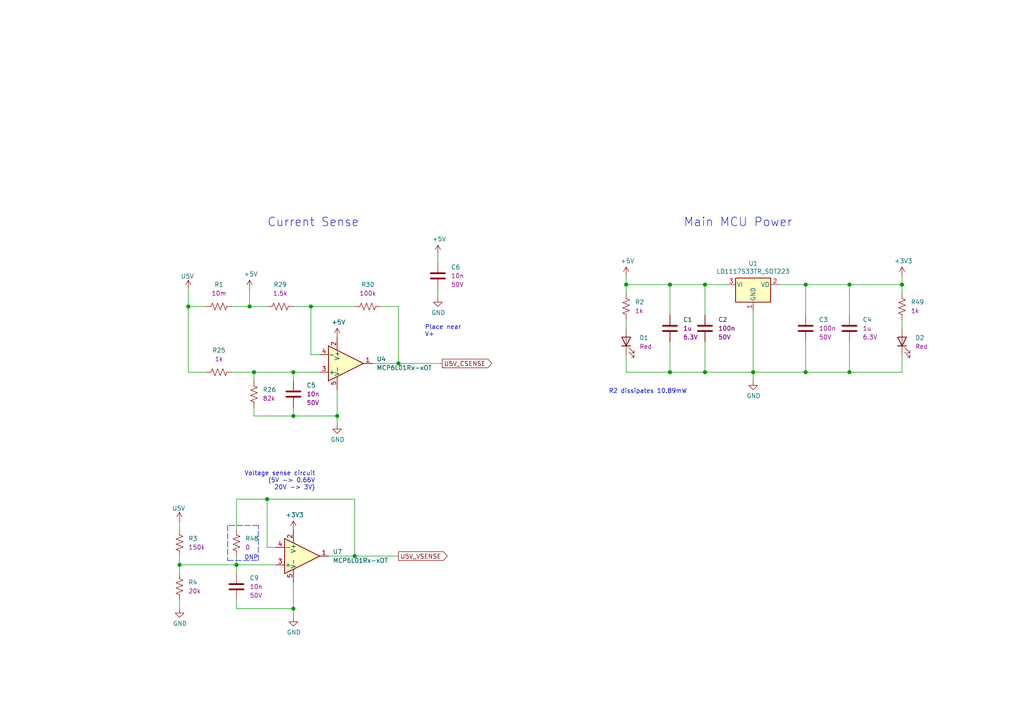
<source format=kicad_sch>
(kicad_sch (version 20210621) (generator eeschema)
  (paper "A4")
  (lib_symbols
    (symbol "Amplifier_Operational_Custom:MCP6L01Rx-xOT" (pin_names (offset 0.127))
      (property "Reference" "U" (at 0 5.08 0))
      (property "Value" "MCP6L01Rx-xOT" (at 0 -5.08 0))
      (symbol "MCP6L01Rx-xOT_0_1"
        (polyline (pts (xy -5.08 5.08) (xy 5.08 0) (xy -5.08 -5.08) (xy -5.08 5.08)) (stroke (width 0.254)) (fill (type background)))
        (pin power_in line (at -2.54 7.62 270) (length 3.81) (name "V+") (number "2"))
        (pin power_in line (at -2.54 -7.62 90) (length 3.81) (name "V-") (number "5"))
      )
      (symbol "MCP6L01Rx-xOT_1_1"
        (pin output line (at 7.62 0 180) (length 2.54) (name "~") (number "1"))
        (pin input line (at -7.62 -2.54 0) (length 2.54) (name "+") (number "3"))
        (pin input line (at -7.62 2.54 0) (length 2.54) (name "-") (number "4"))
      )
    )
    (symbol "Capacitor_custom:CC0402KRX5R5BB105" (pin_numbers hide) (pin_names (offset 0.254))
      (property "Reference" "C" (at 1.27 2.54 0))
      (property "Value" "CC0402KRX5R5BB105" (at 1.27 -7.62 0))
      (property "Capacitance" "1u" (at 1.27 -2.54 0))
      (property "Voltage" "6.3V" (at 1.27 -5.08 0))
      (symbol "CC0402KRX5R5BB105_0_1"
        (polyline (pts (xy -2.032 -0.762) (xy 2.032 -0.762)) (stroke (width 0.508)))
        (polyline (pts (xy -2.032 0.762) (xy 2.032 0.762)) (stroke (width 0.508)))
      )
      (symbol "CC0402KRX5R5BB105_1_1"
        (pin passive line (at 0 3.81 270) (length 2.794) (name "~") (number "1"))
        (pin passive line (at 0 -3.81 90) (length 2.794) (name "~") (number "2"))
      )
    )
    (symbol "Capacitor_custom:GCM155R71H103KA55D" (pin_numbers hide) (pin_names (offset 0.254))
      (property "Reference" "C" (at 1.27 2.54 0))
      (property "Capacitance" "10n" (at 1.27 -2.54 0))
      (property "Voltage" "50V" (at 1.27 -5.08 0))
      (symbol "GCM155R71H103KA55D_0_1"
        (polyline (pts (xy -2.032 -0.762) (xy 2.032 -0.762)) (stroke (width 0.508)))
        (polyline (pts (xy -2.032 0.762) (xy 2.032 0.762)) (stroke (width 0.508)))
      )
      (symbol "GCM155R71H103KA55D_1_1"
        (pin passive line (at 0 3.81 270) (length 2.794) (name "~") (number "1"))
        (pin passive line (at 0 -3.81 90) (length 2.794) (name "~") (number "2"))
      )
    )
    (symbol "Capacitor_custom:GRM155R71H104KE14D" (pin_numbers hide) (pin_names (offset 0.254))
      (property "Reference" "C" (at 1.27 2.54 0))
      (property "Value" "GRM155R71H104KE14D" (at 1.27 -7.62 0))
      (property "Capacitance" "100n" (at 1.27 -2.54 0))
      (property "Voltage" "50V" (at 1.27 -5.08 0))
      (symbol "GRM155R71H104KE14D_0_1"
        (polyline (pts (xy -2.032 -0.762) (xy 2.032 -0.762)) (stroke (width 0.508)))
        (polyline (pts (xy -2.032 0.762) (xy 2.032 0.762)) (stroke (width 0.508)))
      )
      (symbol "GRM155R71H104KE14D_1_1"
        (pin passive line (at 0 3.81 270) (length 2.794) (name "~") (number "1"))
        (pin passive line (at 0 -3.81 90) (length 2.794) (name "~") (number "2"))
      )
    )
    (symbol "Device_custom:150060RS75000" (pin_numbers hide) (pin_names (offset 1.016) hide)
      (property "Reference" "D" (at 0 2.54 0))
      (property "Color" "Red" (at 0 5.08 0))
      (symbol "150060RS75000_0_1"
        (polyline (pts (xy -1.27 -1.27) (xy -1.27 1.27)) (stroke (width 0.254)))
        (polyline (pts (xy -1.27 0) (xy 1.27 0)))
        (polyline (pts (xy 1.27 -1.27) (xy 1.27 1.27) (xy -1.27 0) (xy 1.27 -1.27)) (stroke (width 0.254)))
        (polyline (pts (xy -3.048 -0.762) (xy -4.572 -2.286) (xy -3.81 -2.286) (xy -4.572 -2.286) (xy -4.572 -1.524)))
        (polyline (pts (xy -1.778 -0.762) (xy -3.302 -2.286) (xy -2.54 -2.286) (xy -3.302 -2.286) (xy -3.302 -1.524)))
      )
      (symbol "150060RS75000_1_1"
        (pin passive line (at -3.81 0 0) (length 2.54) (name "K") (number "1"))
        (pin passive line (at 3.81 0 180) (length 2.54) (name "A") (number "2"))
      )
    )
    (symbol "Regulator_Linear:LD1117S33TR_SOT223" (pin_names (offset 0.254))
      (property "Reference" "U" (at -3.81 3.175 0))
      (property "Value" "LD1117S33TR_SOT223" (at 0 3.175 0))
      (symbol "LD1117S33TR_SOT223_0_1"
        (rectangle (start -5.08 -5.08) (end 5.08 1.905) (stroke (width 0.254)) (fill (type background)))
      )
      (symbol "LD1117S33TR_SOT223_1_1"
        (pin power_in line (at 0 -7.62 90) (length 2.54) (name "GND") (number "1"))
        (pin power_out line (at 7.62 0 180) (length 2.54) (name "VO") (number "2"))
        (pin power_in line (at -7.62 0 0) (length 2.54) (name "VI") (number "3"))
      )
    )
    (symbol "Resistor_custom:CFG0612-FX-R010ELF" (pin_numbers hide) (pin_names (offset 0))
      (property "Reference" "R" (at 2.54 0 90))
      (property "Resistance" "10m" (at -2.54 0 90))
      (symbol "CFG0612-FX-R010ELF_0_1"
        (polyline (pts (xy 0 -2.286) (xy 0 -2.54)))
        (polyline (pts (xy 0 2.286) (xy 0 2.54)))
        (polyline (pts (xy 0 -0.762) (xy 1.016 -1.143) (xy 0 -1.524) (xy -1.016 -1.905) (xy 0 -2.286)))
        (polyline (pts (xy 0 0.762) (xy 1.016 0.381) (xy 0 0) (xy -1.016 -0.381) (xy 0 -0.762)))
        (polyline (pts (xy 0 2.286) (xy 1.016 1.905) (xy 0 1.524) (xy -1.016 1.143) (xy 0 0.762)))
      )
      (symbol "CFG0612-FX-R010ELF_1_1"
        (pin passive line (at 0 3.81 270) (length 1.27) (name "~") (number "1"))
        (pin passive line (at 0 -3.81 90) (length 1.27) (name "~") (number "2"))
      )
    )
    (symbol "Resistor_custom:RC0402FR-07100KL" (pin_numbers hide) (pin_names (offset 0))
      (property "Reference" "R" (at 2.54 0 90))
      (property "Resistance" "100k" (at -2.54 0 90))
      (symbol "RC0402FR-07100KL_0_1"
        (polyline (pts (xy 0 -2.286) (xy 0 -2.54)))
        (polyline (pts (xy 0 2.286) (xy 0 2.54)))
        (polyline (pts (xy 0 -0.762) (xy 1.016 -1.143) (xy 0 -1.524) (xy -1.016 -1.905) (xy 0 -2.286)))
        (polyline (pts (xy 0 0.762) (xy 1.016 0.381) (xy 0 0) (xy -1.016 -0.381) (xy 0 -0.762)))
        (polyline (pts (xy 0 2.286) (xy 1.016 1.905) (xy 0 1.524) (xy -1.016 1.143) (xy 0 0.762)))
      )
      (symbol "RC0402FR-07100KL_1_1"
        (pin passive line (at 0 3.81 270) (length 1.27) (name "~") (number "1"))
        (pin passive line (at 0 -3.81 90) (length 1.27) (name "~") (number "2"))
      )
    )
    (symbol "Resistor_custom:RC0402FR-07150KL" (pin_numbers hide) (pin_names (offset 0))
      (property "Reference" "R" (at 2.54 0 90))
      (property "Resistance" "150k" (at -2.54 0 90))
      (symbol "RC0402FR-07150KL_0_1"
        (polyline (pts (xy 0 -2.286) (xy 0 -2.54)))
        (polyline (pts (xy 0 2.286) (xy 0 2.54)))
        (polyline (pts (xy 0 -0.762) (xy 1.016 -1.143) (xy 0 -1.524) (xy -1.016 -1.905) (xy 0 -2.286)))
        (polyline (pts (xy 0 0.762) (xy 1.016 0.381) (xy 0 0) (xy -1.016 -0.381) (xy 0 -0.762)))
        (polyline (pts (xy 0 2.286) (xy 1.016 1.905) (xy 0 1.524) (xy -1.016 1.143) (xy 0 0.762)))
      )
      (symbol "RC0402FR-07150KL_1_1"
        (pin passive line (at 0 3.81 270) (length 1.27) (name "~") (number "1"))
        (pin passive line (at 0 -3.81 90) (length 1.27) (name "~") (number "2"))
      )
    )
    (symbol "Resistor_custom:RC0402FR-071K5L" (pin_numbers hide) (pin_names (offset 0))
      (property "Reference" "R" (at 2.54 0 90))
      (property "Resistance" "1.5k" (at -2.54 0 90))
      (symbol "RC0402FR-071K5L_0_1"
        (polyline (pts (xy 0 -2.286) (xy 0 -2.54)))
        (polyline (pts (xy 0 2.286) (xy 0 2.54)))
        (polyline (pts (xy 0 -0.762) (xy 1.016 -1.143) (xy 0 -1.524) (xy -1.016 -1.905) (xy 0 -2.286)))
        (polyline (pts (xy 0 0.762) (xy 1.016 0.381) (xy 0 0) (xy -1.016 -0.381) (xy 0 -0.762)))
        (polyline (pts (xy 0 2.286) (xy 1.016 1.905) (xy 0 1.524) (xy -1.016 1.143) (xy 0 0.762)))
      )
      (symbol "RC0402FR-071K5L_1_1"
        (pin passive line (at 0 3.81 270) (length 1.27) (name "~") (number "1"))
        (pin passive line (at 0 -3.81 90) (length 1.27) (name "~") (number "2"))
      )
    )
    (symbol "Resistor_custom:RC0402FR-071KL" (pin_numbers hide) (pin_names (offset 0))
      (property "Reference" "R" (at 2.54 0 90))
      (property "Resistance" "1k" (at -2.54 0 90))
      (symbol "RC0402FR-071KL_0_1"
        (polyline (pts (xy 0 -2.286) (xy 0 -2.54)))
        (polyline (pts (xy 0 2.286) (xy 0 2.54)))
        (polyline (pts (xy 0 -0.762) (xy 1.016 -1.143) (xy 0 -1.524) (xy -1.016 -1.905) (xy 0 -2.286)))
        (polyline (pts (xy 0 0.762) (xy 1.016 0.381) (xy 0 0) (xy -1.016 -0.381) (xy 0 -0.762)))
        (polyline (pts (xy 0 2.286) (xy 1.016 1.905) (xy 0 1.524) (xy -1.016 1.143) (xy 0 0.762)))
      )
      (symbol "RC0402FR-071KL_1_1"
        (pin passive line (at 0 3.81 270) (length 1.27) (name "~") (number "1"))
        (pin passive line (at 0 -3.81 90) (length 1.27) (name "~") (number "2"))
      )
    )
    (symbol "Resistor_custom:RC0402FR-0720KL" (pin_numbers hide) (pin_names (offset 0))
      (property "Reference" "R" (at 2.54 0 90))
      (property "Resistance" "20k" (at -2.54 0 90))
      (symbol "RC0402FR-0720KL_0_1"
        (polyline (pts (xy 0 -2.286) (xy 0 -2.54)))
        (polyline (pts (xy 0 2.286) (xy 0 2.54)))
        (polyline (pts (xy 0 -0.762) (xy 1.016 -1.143) (xy 0 -1.524) (xy -1.016 -1.905) (xy 0 -2.286)))
        (polyline (pts (xy 0 0.762) (xy 1.016 0.381) (xy 0 0) (xy -1.016 -0.381) (xy 0 -0.762)))
        (polyline (pts (xy 0 2.286) (xy 1.016 1.905) (xy 0 1.524) (xy -1.016 1.143) (xy 0 0.762)))
      )
      (symbol "RC0402FR-0720KL_1_1"
        (pin passive line (at 0 3.81 270) (length 1.27) (name "~") (number "1"))
        (pin passive line (at 0 -3.81 90) (length 1.27) (name "~") (number "2"))
      )
    )
    (symbol "Resistor_custom:RC0402FR-0782KL" (pin_numbers hide) (pin_names (offset 0))
      (property "Reference" "R" (at 2.54 0 90))
      (property "Resistance" "82k" (at -2.54 0 90))
      (symbol "RC0402FR-0782KL_0_1"
        (polyline (pts (xy 0 -2.286) (xy 0 -2.54)))
        (polyline (pts (xy 0 2.286) (xy 0 2.54)))
        (polyline (pts (xy 0 -0.762) (xy 1.016 -1.143) (xy 0 -1.524) (xy -1.016 -1.905) (xy 0 -2.286)))
        (polyline (pts (xy 0 0.762) (xy 1.016 0.381) (xy 0 0) (xy -1.016 -0.381) (xy 0 -0.762)))
        (polyline (pts (xy 0 2.286) (xy 1.016 1.905) (xy 0 1.524) (xy -1.016 1.143) (xy 0 0.762)))
      )
      (symbol "RC0402FR-0782KL_1_1"
        (pin passive line (at 0 3.81 270) (length 1.27) (name "~") (number "1"))
        (pin passive line (at 0 -3.81 90) (length 1.27) (name "~") (number "2"))
      )
    )
    (symbol "Resistor_custom:RC0402JR-070RP" (pin_numbers hide) (pin_names (offset 0))
      (property "Reference" "R" (at 2.54 0 90))
      (property "Resistance" "0" (at -2.54 0 90))
      (symbol "RC0402JR-070RP_0_1"
        (polyline (pts (xy 0 -2.286) (xy 0 -2.54)))
        (polyline (pts (xy 0 2.286) (xy 0 2.54)))
        (polyline (pts (xy 0 -0.762) (xy 1.016 -1.143) (xy 0 -1.524) (xy -1.016 -1.905) (xy 0 -2.286)))
        (polyline (pts (xy 0 0.762) (xy 1.016 0.381) (xy 0 0) (xy -1.016 -0.381) (xy 0 -0.762)))
        (polyline (pts (xy 0 2.286) (xy 1.016 1.905) (xy 0 1.524) (xy -1.016 1.143) (xy 0 0.762)))
      )
      (symbol "RC0402JR-070RP_1_1"
        (pin passive line (at 0 3.81 270) (length 1.27) (name "~") (number "1"))
        (pin passive line (at 0 -3.81 90) (length 1.27) (name "~") (number "2"))
      )
    )
    (symbol "Resistor_custom:RC0402JR-071KL" (pin_numbers hide) (pin_names (offset 0))
      (property "Reference" "R" (at 2.54 0 90))
      (property "Value" "RC0402JR-071KL" (at -7.62 0 90))
      (property "Resistance" "1k" (at -2.54 0 90))
      (property "Power" "1/16W" (at -5.08 0 90))
      (symbol "RC0402JR-071KL_0_1"
        (polyline (pts (xy 0 -2.286) (xy 0 -2.54)))
        (polyline (pts (xy 0 2.286) (xy 0 2.54)))
        (polyline (pts (xy 0 -0.762) (xy 1.016 -1.143) (xy 0 -1.524) (xy -1.016 -1.905) (xy 0 -2.286)))
        (polyline (pts (xy 0 0.762) (xy 1.016 0.381) (xy 0 0) (xy -1.016 -0.381) (xy 0 -0.762)))
        (polyline (pts (xy 0 2.286) (xy 1.016 1.905) (xy 0 1.524) (xy -1.016 1.143) (xy 0 0.762)))
      )
      (symbol "RC0402JR-071KL_1_1"
        (pin passive line (at 0 3.81 270) (length 1.27) (name "~") (number "1"))
        (pin passive line (at 0 -3.81 90) (length 1.27) (name "~") (number "2"))
      )
    )
    (symbol "power:+3V3" (power) (pin_names (offset 0))
      (property "Value" "+3V3" (at 0 3.556 0))
      (symbol "+3V3_0_1"
        (polyline (pts (xy -0.762 1.27) (xy 0 2.54)))
        (polyline (pts (xy 0 0) (xy 0 2.54)))
        (polyline (pts (xy 0 2.54) (xy 0.762 1.27)))
      )
      (symbol "+3V3_1_1"
        (pin power_in line (at 0 0 90) (length 0) hide (name "+3V3") (number "1"))
      )
    )
    (symbol "power:+5V" (power) (pin_names (offset 0))
      (property "Value" "+5V" (at 0 3.556 0))
      (symbol "+5V_0_1"
        (polyline (pts (xy -0.762 1.27) (xy 0 2.54)))
        (polyline (pts (xy 0 0) (xy 0 2.54)))
        (polyline (pts (xy 0 2.54) (xy 0.762 1.27)))
      )
      (symbol "+5V_1_1"
        (pin power_in line (at 0 0 90) (length 0) hide (name "+5V") (number "1"))
      )
    )
    (symbol "power:GND" (power) (pin_names (offset 0))
      (property "Value" "GND" (at 0 -3.81 0))
      (symbol "GND_0_1"
        (polyline (pts (xy 0 0) (xy 0 -1.27) (xy 1.27 -1.27) (xy 0 -2.54) (xy -1.27 -1.27) (xy 0 -1.27)))
      )
      (symbol "GND_1_1"
        (pin power_in line (at 0 0 270) (length 0) hide (name "GND") (number "1"))
      )
    )
    (symbol "power_custom:U5V" (power) (in_bom no) (on_board no)
      (property "Value" "U5V" (at -0.127 3.81 0))
      (symbol "U5V_0_1"
        (polyline (pts (xy -0.762 1.27) (xy 0 2.54)))
        (polyline (pts (xy 0 0) (xy 0 2.54)))
        (polyline (pts (xy 0 2.54) (xy 0.762 1.27)))
      )
      (symbol "U5V_1_1"
        (pin power_in line (at 0 0 90) (length 0) hide (name "U5V") (number "1"))
      )
    )
  )
  (junction (at 52.07 163.83) (diameter 1.016))
  (junction (at 54.61 88.9) (diameter 1.016))
  (junction (at 68.58 163.83) (diameter 1.016))
  (junction (at 72.39 88.9) (diameter 1.016))
  (junction (at 73.66 107.95) (diameter 1.016))
  (junction (at 77.47 144.78) (diameter 1.016))
  (junction (at 85.09 107.95) (diameter 1.016))
  (junction (at 85.09 120.65) (diameter 1.016))
  (junction (at 85.09 176.53) (diameter 1.016))
  (junction (at 90.17 88.9) (diameter 1.016))
  (junction (at 97.79 120.65) (diameter 1.016))
  (junction (at 102.87 161.29) (diameter 1.016))
  (junction (at 115.57 105.41) (diameter 1.016))
  (junction (at 181.61 82.55) (diameter 1.016))
  (junction (at 194.31 82.55) (diameter 1.016))
  (junction (at 194.31 107.95) (diameter 1.016))
  (junction (at 204.47 82.55) (diameter 1.016))
  (junction (at 204.47 107.95) (diameter 1.016))
  (junction (at 218.44 107.95) (diameter 1.016))
  (junction (at 233.68 82.55) (diameter 1.016))
  (junction (at 233.68 107.95) (diameter 1.016))
  (junction (at 246.38 82.55) (diameter 1.016))
  (junction (at 246.38 107.95) (diameter 1.016))
  (junction (at 261.62 82.55) (diameter 1.016))
  (wire (pts (xy 52.07 151.13) (xy 52.07 153.67)))
  (wire (pts (xy 52.07 161.29) (xy 52.07 163.83)))
  (wire (pts (xy 52.07 163.83) (xy 52.07 166.37)))
  (wire (pts (xy 52.07 163.83) (xy 68.58 163.83)))
  (wire (pts (xy 52.07 173.99) (xy 52.07 176.53)))
  (wire (pts (xy 54.61 83.82) (xy 54.61 88.9)))
  (wire (pts (xy 54.61 88.9) (xy 54.61 107.95)))
  (wire (pts (xy 54.61 88.9) (xy 59.69 88.9)))
  (wire (pts (xy 54.61 107.95) (xy 59.69 107.95)))
  (wire (pts (xy 67.31 88.9) (xy 72.39 88.9)))
  (wire (pts (xy 67.31 107.95) (xy 73.66 107.95)))
  (wire (pts (xy 68.58 144.78) (xy 77.47 144.78)))
  (wire (pts (xy 68.58 153.67) (xy 68.58 144.78)))
  (wire (pts (xy 68.58 161.29) (xy 68.58 163.83)))
  (wire (pts (xy 68.58 163.83) (xy 68.58 166.37)))
  (wire (pts (xy 68.58 163.83) (xy 80.01 163.83)))
  (wire (pts (xy 68.58 173.99) (xy 68.58 176.53)))
  (wire (pts (xy 68.58 176.53) (xy 85.09 176.53)))
  (wire (pts (xy 72.39 88.9) (xy 72.39 83.82)))
  (wire (pts (xy 72.39 88.9) (xy 77.47 88.9)))
  (wire (pts (xy 73.66 107.95) (xy 85.09 107.95)))
  (wire (pts (xy 73.66 110.49) (xy 73.66 107.95)))
  (wire (pts (xy 73.66 118.11) (xy 73.66 120.65)))
  (wire (pts (xy 73.66 120.65) (xy 85.09 120.65)))
  (wire (pts (xy 77.47 144.78) (xy 102.87 144.78)))
  (wire (pts (xy 77.47 158.75) (xy 77.47 144.78)))
  (wire (pts (xy 80.01 158.75) (xy 77.47 158.75)))
  (wire (pts (xy 85.09 88.9) (xy 90.17 88.9)))
  (wire (pts (xy 85.09 107.95) (xy 85.09 110.49)))
  (wire (pts (xy 85.09 107.95) (xy 92.71 107.95)))
  (wire (pts (xy 85.09 118.11) (xy 85.09 120.65)))
  (wire (pts (xy 85.09 120.65) (xy 97.79 120.65)))
  (wire (pts (xy 85.09 168.91) (xy 85.09 176.53)))
  (wire (pts (xy 85.09 176.53) (xy 85.09 179.07)))
  (wire (pts (xy 90.17 88.9) (xy 102.87 88.9)))
  (wire (pts (xy 90.17 102.87) (xy 90.17 88.9)))
  (wire (pts (xy 92.71 102.87) (xy 90.17 102.87)))
  (wire (pts (xy 95.25 161.29) (xy 102.87 161.29)))
  (wire (pts (xy 97.79 113.03) (xy 97.79 120.65)))
  (wire (pts (xy 97.79 120.65) (xy 97.79 123.19)))
  (wire (pts (xy 102.87 161.29) (xy 102.87 144.78)))
  (wire (pts (xy 102.87 161.29) (xy 115.57 161.29)))
  (wire (pts (xy 107.95 105.41) (xy 115.57 105.41)))
  (wire (pts (xy 110.49 88.9) (xy 115.57 88.9)))
  (wire (pts (xy 115.57 105.41) (xy 115.57 88.9)))
  (wire (pts (xy 115.57 105.41) (xy 128.27 105.41)))
  (wire (pts (xy 127 73.66) (xy 127 76.2)))
  (wire (pts (xy 127 83.82) (xy 127 86.36)))
  (wire (pts (xy 181.61 80.01) (xy 181.61 82.55)))
  (wire (pts (xy 181.61 82.55) (xy 181.61 85.09)))
  (wire (pts (xy 181.61 82.55) (xy 194.31 82.55)))
  (wire (pts (xy 181.61 92.71) (xy 181.61 95.25)))
  (wire (pts (xy 181.61 102.87) (xy 181.61 107.95)))
  (wire (pts (xy 181.61 107.95) (xy 194.31 107.95)))
  (wire (pts (xy 194.31 82.55) (xy 194.31 91.44)))
  (wire (pts (xy 194.31 99.06) (xy 194.31 107.95)))
  (wire (pts (xy 194.31 107.95) (xy 204.47 107.95)))
  (wire (pts (xy 204.47 82.55) (xy 194.31 82.55)))
  (wire (pts (xy 204.47 82.55) (xy 204.47 91.44)))
  (wire (pts (xy 204.47 99.06) (xy 204.47 107.95)))
  (wire (pts (xy 204.47 107.95) (xy 218.44 107.95)))
  (wire (pts (xy 210.82 82.55) (xy 204.47 82.55)))
  (wire (pts (xy 218.44 90.17) (xy 218.44 107.95)))
  (wire (pts (xy 218.44 107.95) (xy 218.44 110.49)))
  (wire (pts (xy 226.06 82.55) (xy 233.68 82.55)))
  (wire (pts (xy 233.68 82.55) (xy 233.68 91.44)))
  (wire (pts (xy 233.68 82.55) (xy 246.38 82.55)))
  (wire (pts (xy 233.68 99.06) (xy 233.68 107.95)))
  (wire (pts (xy 233.68 107.95) (xy 218.44 107.95)))
  (wire (pts (xy 246.38 82.55) (xy 246.38 91.44)))
  (wire (pts (xy 246.38 82.55) (xy 261.62 82.55)))
  (wire (pts (xy 246.38 99.06) (xy 246.38 107.95)))
  (wire (pts (xy 246.38 107.95) (xy 233.68 107.95)))
  (wire (pts (xy 261.62 82.55) (xy 261.62 80.01)))
  (wire (pts (xy 261.62 82.55) (xy 261.62 85.09)))
  (wire (pts (xy 261.62 92.71) (xy 261.62 95.25)))
  (wire (pts (xy 261.62 102.87) (xy 261.62 107.95)))
  (wire (pts (xy 261.62 107.95) (xy 246.38 107.95)))
  (polyline (pts (xy 66.04 152.4) (xy 66.04 162.56)) (stroke (width 0) (type dash)))
  (polyline (pts (xy 66.04 162.56) (xy 74.93 162.56)) (stroke (width 0) (type dash)))
  (polyline (pts (xy 74.93 152.4) (xy 66.04 152.4)) (stroke (width 0) (type dash)))
  (polyline (pts (xy 74.93 162.56) (xy 74.93 152.4)) (stroke (width 0) (type dash)))
  (text "DNP" (at 74.93 162.56 180) (effects (font (size 1.27 1.27)) (justify right bottom)))
  (text "Current Sense" (at 77.47 66.04 0) (effects (font (size 2.5 2.5)) (justify left bottom)))
  (text "Voltage sense circuit\n(5V -> 0.66V\n20V -> 3V)" (at 91.44 142.24 180) (effects (font (size 1.27 1.27)) (justify right bottom)))
  (text "Place near\nV+" (at 123.19 97.79 0) (effects (font (size 1.27 1.27)) (justify left bottom)))
  (text "R2 dissipates 10.89mW" (at 176.53 114.3 0) (effects (font (size 1.27 1.27)) (justify left bottom)))
  (text "Main MCU Power" (at 229.87 66.04 180) (effects (font (size 2.5 2.5)) (justify right bottom)))
  (global_label "U5V_VSENSE" (shape output) (at 115.57 161.29 0) (property "Intersheet References" "${INTERSHEET_REFS}" (effects hide)))
  (global_label "U5V_CSENSE" (shape output) (at 128.27 105.41 0) (property "Intersheet References" "${INTERSHEET_REFS}" (effects hide)))
  (symbol (lib_id "power_custom:U5V") (at 52.07 151.13 0) (unit 1) (in_bom no) (on_board no)
    (property "Reference" "#PWR0129" (effects hide))
    (property "Value" "U5V" (at 51.8287 147.4406 0))
  )
  (symbol (lib_id "power_custom:U5V") (at 54.61 83.82 0) (unit 1) (in_bom no) (on_board no)
    (property "Reference" "#PWR0111" (effects hide))
    (property "Value" "U5V" (at 54.3687 80.1306 0))
  )
  (symbol (lib_id "power:+5V") (at 72.39 83.82 0) (unit 1)
    (property "Reference" "#PWR0126" (effects hide))
    (property "Value" "+5V" (at 72.7583 79.4956 0))
  )
  (symbol (lib_id "power:+3V3") (at 85.09 153.67 0) (unit 1)
    (property "Reference" "#PWR0153" (effects hide))
    (property "Value" "+3V3" (at 85.4583 149.3456 0))
  )
  (symbol (lib_id "power:+5V") (at 97.79 97.79 0) (unit 1)
    (property "Reference" "#PWR0104" (effects hide))
    (property "Value" "+5V" (at 98.1583 93.4656 0))
  )
  (symbol (lib_id "power:+5V") (at 127 73.66 0) (unit 1)
    (property "Reference" "#PWR0128" (effects hide))
    (property "Value" "+5V" (at 127.3683 69.3356 0))
  )
  (symbol (lib_id "power:+5V") (at 181.61 80.01 0) (unit 1)
    (property "Reference" "#PWR0102" (effects hide))
    (property "Value" "+5V" (at 181.9783 75.6856 0))
  )
  (symbol (lib_id "power:+3V3") (at 261.62 80.01 0) (unit 1)
    (property "Reference" "#PWR0101" (effects hide))
    (property "Value" "+3V3" (at 261.9883 75.6856 0))
  )
  (symbol (lib_id "power:GND") (at 52.07 176.53 0) (unit 1)
    (property "Reference" "#PWR0130" (effects hide))
    (property "Value" "GND" (at 52.1843 180.8544 0))
  )
  (symbol (lib_id "power:GND") (at 85.09 179.07 0) (unit 1)
    (property "Reference" "#PWR0154" (effects hide))
    (property "Value" "GND" (at 85.2043 183.3944 0))
  )
  (symbol (lib_id "power:GND") (at 97.79 123.19 0) (unit 1)
    (property "Reference" "#PWR0110" (effects hide))
    (property "Value" "GND" (at 97.9043 127.5144 0))
  )
  (symbol (lib_id "power:GND") (at 127 86.36 0) (unit 1)
    (property "Reference" "#PWR0131" (effects hide))
    (property "Value" "GND" (at 127.1143 90.6844 0))
  )
  (symbol (lib_id "power:GND") (at 218.44 110.49 0) (unit 1)
    (property "Reference" "#PWR0103" (effects hide))
    (property "Value" "GND" (at 218.5543 114.8144 0))
  )
  (symbol (lib_id "Resistor_custom:RC0402FR-07150KL") (at 52.07 157.48 0) (unit 1)
    (property "Reference" "R3" (at 54.61 156.2099 0) (effects (justify left)))
    (property "Value" "RC0402FR-07150KL" (effects hide))
    (property "Footprint" "Resistor_SMD:R_0402_1005Metric_Pad0.72x0.64mm_HandSolder" (effects hide))
    (property "Resistance" "150k" (at 54.61 158.7499 0) (effects (justify left)))
    (property "Power" "1/16W" (effects hide))
    (property "Tolerance" "1%" (effects hide))
    (property "Manufacturer" "Yageo" (effects hide))
  )
  (symbol (lib_id "Resistor_custom:RC0402FR-0720KL") (at 52.07 170.18 0) (unit 1)
    (property "Reference" "R4" (at 54.61 168.9099 0) (effects (justify left)))
    (property "Value" "RC0402FR-0720KL" (effects hide))
    (property "Footprint" "Resistor_SMD:R_0402_1005Metric_Pad0.72x0.64mm_HandSolder" (effects hide))
    (property "Resistance" "20k" (at 54.61 171.4499 0) (effects (justify left)))
    (property "Power" "1/16W" (effects hide))
    (property "Tolerance" "1%" (effects hide))
    (property "Manufacturer" "Yageo" (effects hide))
  )
  (symbol (lib_id "Resistor_custom:CFG0612-FX-R010ELF") (at 63.5 88.9 90) (unit 1)
    (property "Reference" "R1" (at 63.5 82.55 90))
    (property "Value" "CFG0612-FX-R010ELF" (effects hide))
    (property "Footprint" "Resistor_SMD:R_1206_3216Metric_Pad1.30x1.75mm_HandSolder" (effects hide))
    (property "Resistance" "10m" (at 63.5 85.09 90))
    (property "Power" "1W" (effects hide))
    (property "Tolerance" "1%" (effects hide))
    (property "Manufacturer" "Bourns Inc." (effects hide))
  )
  (symbol (lib_id "Resistor_custom:RC0402FR-071KL") (at 63.5 107.95 90) (unit 1)
    (property "Reference" "R25" (at 63.5 101.6 90))
    (property "Value" "RC0402FR-071KL" (effects hide))
    (property "Footprint" "Resistor_SMD:R_0402_1005Metric_Pad0.72x0.64mm_HandSolder" (effects hide))
    (property "Resistance" "1k" (at 63.5 104.14 90))
    (property "Power" "1/16W" (effects hide))
    (property "Tolerance" "1%" (effects hide))
    (property "Manufacturer" "Yageo" (effects hide))
  )
  (symbol (lib_id "Resistor_custom:RC0402JR-070RP") (at 68.58 157.48 180) (unit 1) (in_bom no)
    (property "Reference" "R48" (at 71.12 156.2099 0) (effects (justify right)))
    (property "Value" "RC0402JR-070RP" (effects hide))
    (property "Footprint" "Resistor_SMD:R_0402_1005Metric_Pad0.72x0.64mm_HandSolder" (effects hide))
    (property "Resistance" "0" (at 71.12 158.7499 0) (effects (justify right)))
    (property "Power" "1/16W" (effects hide))
    (property "Manufacturer" "Yageo" (effects hide))
  )
  (symbol (lib_id "Resistor_custom:RC0402FR-0782KL") (at 73.66 114.3 0) (unit 1)
    (property "Reference" "R26" (at 76.2 113.0299 0) (effects (justify left)))
    (property "Value" "RC0402FR-0782KL" (effects hide))
    (property "Footprint" "Resistor_SMD:R_0402_1005Metric_Pad0.72x0.64mm_HandSolder" (effects hide))
    (property "Resistance" "82k" (at 76.2 115.5699 0) (effects (justify left)))
    (property "Power" "1/16W" (effects hide))
    (property "Tolerance" "1%" (effects hide))
    (property "Manufacturer" "Yageo" (effects hide))
  )
  (symbol (lib_id "Resistor_custom:RC0402FR-071K5L") (at 81.28 88.9 90) (unit 1)
    (property "Reference" "R29" (at 81.28 82.55 90))
    (property "Value" "RC0402FR-071K5L" (effects hide))
    (property "Footprint" "Resistor_SMD:R_0402_1005Metric_Pad0.72x0.64mm_HandSolder" (effects hide))
    (property "Resistance" "1.5k" (at 81.28 85.09 90))
    (property "Power" "1/16W" (effects hide))
    (property "Tolerance" "1%" (effects hide))
    (property "Manufacturer" "Yageo" (effects hide))
  )
  (symbol (lib_id "Resistor_custom:RC0402FR-07100KL") (at 106.68 88.9 90) (unit 1)
    (property "Reference" "R30" (at 106.68 82.55 90))
    (property "Value" "RC0402FR-07100KL" (effects hide))
    (property "Footprint" "Resistor_SMD:R_0402_1005Metric_Pad0.72x0.64mm_HandSolder" (effects hide))
    (property "Resistance" "100k" (at 106.68 85.09 90))
    (property "Power" "1/16W" (effects hide))
    (property "Tolerance" "1%" (effects hide))
    (property "Manufacturer" "Yageo" (effects hide))
  )
  (symbol (lib_id "Resistor_custom:RC0402JR-071KL") (at 181.61 88.9 0) (unit 1)
    (property "Reference" "R2" (at 184.15 87.6299 0) (effects (justify left)))
    (property "Value" "RC0402JR-071KL" (effects hide))
    (property "Footprint" "Resistor_SMD:R_0402_1005Metric_Pad0.72x0.64mm_HandSolder" (effects hide))
    (property "Resistance" "1k" (at 184.15 90.1699 0) (effects (justify left)))
    (property "Power" "1/16W" (effects hide))
  )
  (symbol (lib_id "Resistor_custom:RC0402JR-071KL") (at 261.62 88.9 0) (unit 1)
    (property "Reference" "R49" (at 264.16 87.6299 0) (effects (justify left)))
    (property "Value" "RC0402JR-071KL" (effects hide))
    (property "Footprint" "Resistor_SMD:R_0402_1005Metric_Pad0.72x0.64mm_HandSolder" (effects hide))
    (property "Resistance" "1k" (at 264.16 90.1699 0) (effects (justify left)))
    (property "Power" "1/16W" (effects hide))
  )
  (symbol (lib_id "Device_custom:150060RS75000") (at 181.61 99.06 90) (unit 1)
    (property "Reference" "D1" (at 185.42 97.9804 90) (effects (justify right)))
    (property "Value" "150060RS75000" (effects hide))
    (property "Footprint" "LED_SMD:LED_0603_1608Metric_Pad1.05x0.95mm_HandSolder" (effects hide))
    (property "Manufacturer" "Würth" (effects hide))
    (property "Color" "Red" (at 185.42 100.5204 90) (effects (justify right)))
  )
  (symbol (lib_id "Device_custom:150060RS75000") (at 261.62 99.06 90) (unit 1)
    (property "Reference" "D2" (at 265.43 97.9804 90) (effects (justify right)))
    (property "Value" "150060RS75000" (effects hide))
    (property "Footprint" "LED_SMD:LED_0603_1608Metric_Pad1.05x0.95mm_HandSolder" (effects hide))
    (property "Manufacturer" "Würth" (effects hide))
    (property "Color" "Red" (at 265.43 100.5204 90) (effects (justify right)))
  )
  (symbol (lib_id "Capacitor_custom:GCM155R71H103KA55D") (at 68.58 170.18 0) (unit 1)
    (property "Reference" "C9" (at 72.39 167.6399 0) (effects (justify left)))
    (property "Value" "GCM155R71H103KA55D" (effects hide))
    (property "Footprint" "Capacitor_SMD:C_0402_1005Metric_Pad0.74x0.62mm_HandSolder" (effects hide))
    (property "Capacitance" "10n" (at 72.39 170.1799 0) (effects (justify left)))
    (property "Voltage" "50V" (at 72.39 172.7199 0) (effects (justify left)))
    (property "Manufacturer" "Murata" (effects hide))
    (property "Rating" "X7R" (effects hide))
  )
  (symbol (lib_id "Capacitor_custom:GCM155R71H103KA55D") (at 85.09 114.3 0) (unit 1)
    (property "Reference" "C5" (at 88.9 111.7599 0) (effects (justify left)))
    (property "Value" "GCM155R71H103KA55D" (effects hide))
    (property "Footprint" "Capacitor_SMD:C_0402_1005Metric_Pad0.74x0.62mm_HandSolder" (effects hide))
    (property "Capacitance" "10n" (at 88.9 114.2999 0) (effects (justify left)))
    (property "Voltage" "50V" (at 88.9 116.8399 0) (effects (justify left)))
    (property "Manufacturer" "Murata" (effects hide))
    (property "Rating" "X7R" (effects hide))
  )
  (symbol (lib_id "Capacitor_custom:GCM155R71H103KA55D") (at 127 80.01 0) (unit 1)
    (property "Reference" "C6" (at 130.81 77.4699 0) (effects (justify left)))
    (property "Value" "GCM155R71H103KA55D" (effects hide))
    (property "Footprint" "Capacitor_SMD:C_0402_1005Metric_Pad0.74x0.62mm_HandSolder" (effects hide))
    (property "Capacitance" "10n" (at 130.81 80.0099 0) (effects (justify left)))
    (property "Voltage" "50V" (at 130.81 82.5499 0) (effects (justify left)))
    (property "Manufacturer" "Murata" (effects hide))
    (property "Rating" "X7R" (effects hide))
  )
  (symbol (lib_id "Capacitor_custom:CC0402KRX5R5BB105") (at 194.31 95.25 0) (unit 1)
    (property "Reference" "C1" (at 198.12 92.7099 0) (effects (justify left)))
    (property "Value" "CC0402KRX5R5BB105" (effects hide))
    (property "Footprint" "Capacitor_SMD:C_0402_1005Metric_Pad0.74x0.62mm_HandSolder" (effects hide))
    (property "Capacitance" "1u" (at 198.12 95.2499 0) (effects (justify left)))
    (property "Voltage" "6.3V" (at 198.12 97.7899 0) (effects (justify left)))
    (property "Manufacturer" "Yageo" (effects hide))
    (property "Rating" "X5R" (effects hide))
  )
  (symbol (lib_id "Capacitor_custom:GRM155R71H104KE14D") (at 204.47 95.25 0) (unit 1)
    (property "Reference" "C2" (at 208.28 92.7099 0) (effects (justify left)))
    (property "Value" "GRM155R71H104KE14D" (effects hide))
    (property "Footprint" "Capacitor_SMD:C_0402_1005Metric_Pad0.74x0.62mm_HandSolder" (effects hide))
    (property "Capacitance" "100n" (at 208.28 95.2499 0) (effects (justify left)))
    (property "Voltage" "50V" (at 208.28 97.7899 0) (effects (justify left)))
    (property "Manufacturer" "Murata" (effects hide))
    (property "Rating" "X7R" (effects hide))
  )
  (symbol (lib_id "Capacitor_custom:GRM155R71H104KE14D") (at 233.68 95.25 0) (unit 1)
    (property "Reference" "C3" (at 237.49 92.7099 0) (effects (justify left)))
    (property "Value" "GRM155R71H104KE14D" (effects hide))
    (property "Footprint" "Capacitor_SMD:C_0402_1005Metric_Pad0.74x0.62mm_HandSolder" (effects hide))
    (property "Capacitance" "100n" (at 237.49 95.2499 0) (effects (justify left)))
    (property "Voltage" "50V" (at 237.49 97.7899 0) (effects (justify left)))
    (property "Manufacturer" "Murata" (effects hide))
    (property "Rating" "X7R" (effects hide))
  )
  (symbol (lib_id "Capacitor_custom:CC0402KRX5R5BB105") (at 246.38 95.25 0) (unit 1)
    (property "Reference" "C4" (at 250.19 92.7099 0) (effects (justify left)))
    (property "Value" "CC0402KRX5R5BB105" (effects hide))
    (property "Footprint" "Capacitor_SMD:C_0402_1005Metric_Pad0.74x0.62mm_HandSolder" (effects hide))
    (property "Capacitance" "1u" (at 250.19 95.2499 0) (effects (justify left)))
    (property "Voltage" "6.3V" (at 250.19 97.7899 0) (effects (justify left)))
    (property "Manufacturer" "Yageo" (effects hide))
    (property "Rating" "X5R" (effects hide))
  )
  (symbol (lib_id "Regulator_Linear:LD1117S33TR_SOT223") (at 218.44 82.55 0) (unit 1)
    (property "Reference" "U1" (at 218.44 76.4348 0))
    (property "Value" "LD1117S33TR_SOT223" (at 218.44 78.7335 0))
    (property "Footprint" "Package_TO_SOT_SMD:SOT-223-3_TabPin2" (effects hide))
    (property "Datasheet" "http://www.st.com/st-web-ui/static/active/en/resource/technical/document/datasheet/CD00000544.pdf" (effects hide))
  )
  (symbol (lib_id "Amplifier_Operational_Custom:MCP6L01Rx-xOT") (at 87.63 161.29 0) (unit 1)
    (property "Reference" "U7" (at 96.52 160.0199 0) (effects (justify left)))
    (property "Value" "MCP6L01Rx-xOT" (at 96.52 162.5599 0) (effects (justify left)))
    (property "Footprint" "Package_TO_SOT_SMD:SOT-23-5" (effects hide))
    (property "Datasheet" "http://ww1.microchip.com/downloads/en/devicedoc/22140b.pdf" (effects hide))
  )
  (symbol (lib_id "Amplifier_Operational_Custom:MCP6L01Rx-xOT") (at 100.33 105.41 0) (unit 1)
    (property "Reference" "U4" (at 109.22 104.1399 0) (effects (justify left)))
    (property "Value" "MCP6L01Rx-xOT" (at 109.22 106.6799 0) (effects (justify left)))
    (property "Footprint" "Package_TO_SOT_SMD:SOT-23-5" (effects hide))
    (property "Datasheet" "http://ww1.microchip.com/downloads/en/devicedoc/22140b.pdf" (effects hide))
  )
)
</source>
